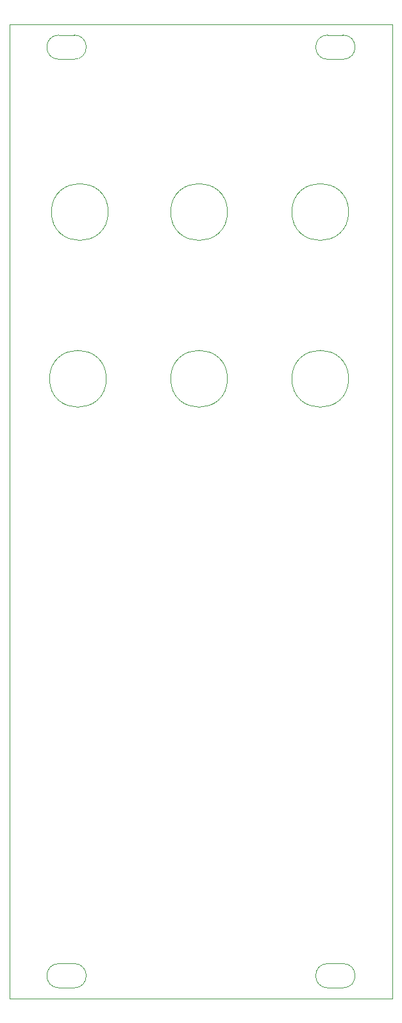
<source format=gbr>
G04 #@! TF.GenerationSoftware,KiCad,Pcbnew,(5.1.5-0)*
G04 #@! TF.CreationDate,2021-01-11T19:08:27-08:00*
G04 #@! TF.ProjectId,feague,66656167-7565-42e6-9b69-6361645f7063,rev?*
G04 #@! TF.SameCoordinates,Original*
G04 #@! TF.FileFunction,Profile,NP*
%FSLAX46Y46*%
G04 Gerber Fmt 4.6, Leading zero omitted, Abs format (unit mm)*
G04 Created by KiCad (PCBNEW (5.1.5-0)) date 2021-01-11 19:08:27*
%MOMM*%
%LPD*%
G04 APERTURE LIST*
%ADD10C,0.050000*%
G04 APERTURE END LIST*
D10*
X144750000Y-76750000D02*
G75*
G03X144750000Y-76750000I-3750000J0D01*
G01*
X128750000Y-76750000D02*
G75*
G03X128750000Y-76750000I-3750000J0D01*
G01*
X112750000Y-76750000D02*
G75*
G03X112750000Y-76750000I-3750000J0D01*
G01*
X113000000Y-54750000D02*
G75*
G03X113000000Y-54750000I-3750000J0D01*
G01*
X128750000Y-54750000D02*
G75*
G03X128750000Y-54750000I-3750000J0D01*
G01*
X144750000Y-54750000D02*
G75*
G03X144750000Y-54750000I-3750000J0D01*
G01*
X108500000Y-153900000D02*
G75*
G02X108500000Y-157100000I0J-1600000D01*
G01*
X106500000Y-153900000D02*
X108500000Y-153900000D01*
X106500000Y-157100000D02*
G75*
G02X106500000Y-153900000I0J1600000D01*
G01*
X106500000Y-157100000D02*
X108500000Y-157100000D01*
X108500000Y-31400000D02*
G75*
G02X108500000Y-34600000I0J-1600000D01*
G01*
X106500000Y-31400000D02*
X108500000Y-31400000D01*
X106500000Y-34600000D02*
G75*
G02X106500000Y-31400000I0J1600000D01*
G01*
X106500000Y-34600000D02*
X108500000Y-34600000D01*
X144000000Y-153900000D02*
G75*
G02X144000000Y-157100000I0J-1600000D01*
G01*
X142000000Y-153900000D02*
X144000000Y-153900000D01*
X142000000Y-157100000D02*
G75*
G02X142000000Y-153900000I0J1600000D01*
G01*
X142000000Y-157100000D02*
X144000000Y-157100000D01*
X142000000Y-31400000D02*
X144000000Y-31400000D01*
X142000000Y-34600000D02*
X144000000Y-34600000D01*
X142000000Y-34600000D02*
G75*
G02X142000000Y-31400000I0J1600000D01*
G01*
X144000000Y-31400000D02*
G75*
G02X144000000Y-34600000I0J-1600000D01*
G01*
X100000000Y-158500000D02*
X100000000Y-30000000D01*
X150500000Y-158500000D02*
X100000000Y-158500000D01*
X150500000Y-30000000D02*
X150500000Y-158500000D01*
X100000000Y-30000000D02*
X150500000Y-30000000D01*
M02*

</source>
